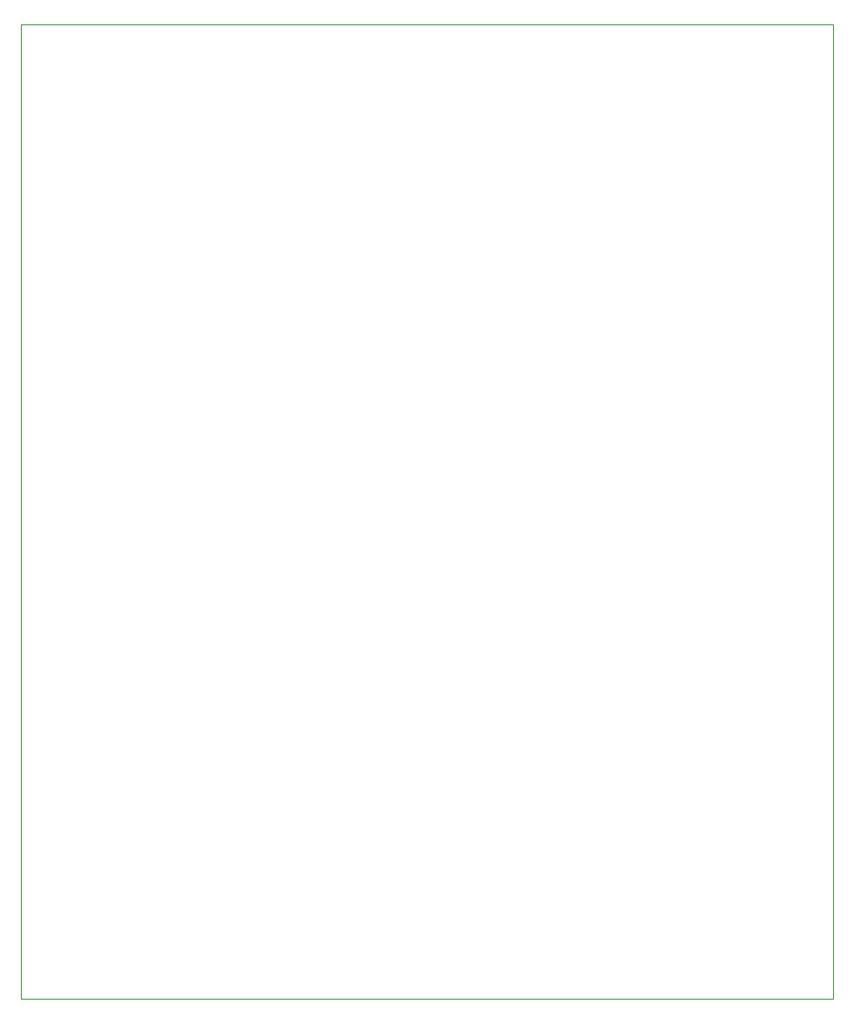
<source format=gm1>
G04 #@! TF.GenerationSoftware,KiCad,Pcbnew,8.0.5*
G04 #@! TF.CreationDate,2024-10-22T19:53:53-04:00*
G04 #@! TF.ProjectId,PCB_Schematic,5043425f-5363-4686-956d-617469632e6b,rev?*
G04 #@! TF.SameCoordinates,Original*
G04 #@! TF.FileFunction,Profile,NP*
%FSLAX46Y46*%
G04 Gerber Fmt 4.6, Leading zero omitted, Abs format (unit mm)*
G04 Created by KiCad (PCBNEW 8.0.5) date 2024-10-22 19:53:53*
%MOMM*%
%LPD*%
G01*
G04 APERTURE LIST*
G04 #@! TA.AperFunction,Profile*
%ADD10C,0.100000*%
G04 #@! TD*
G04 APERTURE END LIST*
D10*
X88057000Y-32600000D02*
X166959000Y-32600000D01*
X166959000Y-127288000D01*
X88057000Y-127288000D01*
X88057000Y-32600000D01*
M02*

</source>
